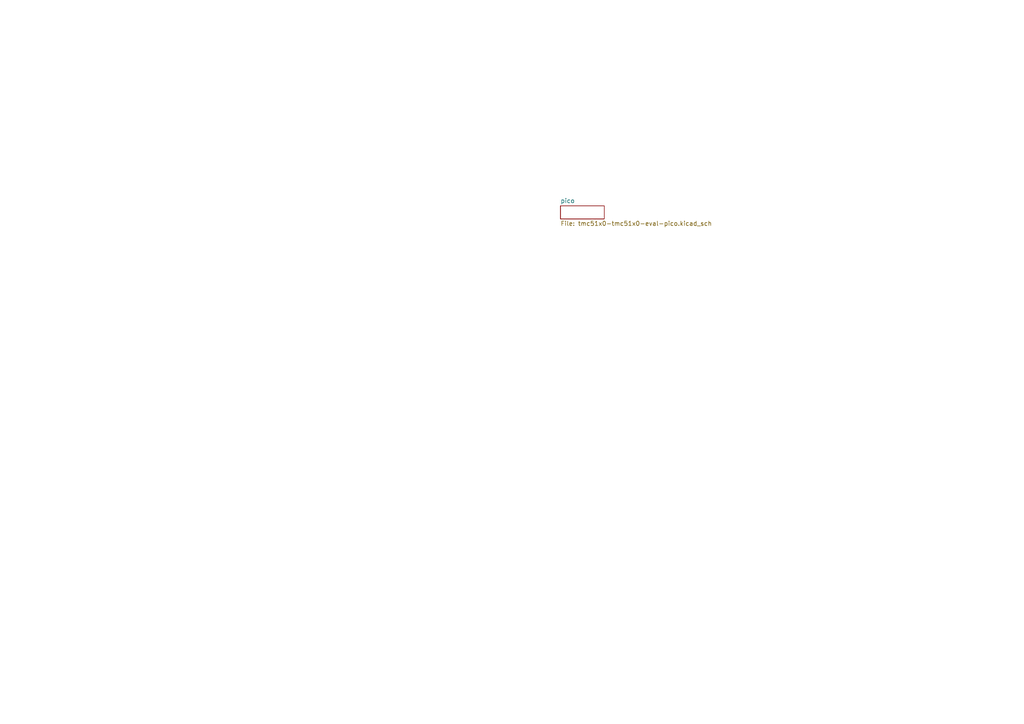
<source format=kicad_sch>
(kicad_sch (version 20230121) (generator eeschema)
  (paper "A4")
  (title_block (title "Trinamic Wiring") (date "2024-07-31") (rev "0.5") (company "Janelia Research Campus"))
  (lib_symbols)
  (sheet (at 162.56 59.69) (size 12.7 3.81) (stroke (width 0.1524))
    (property "Sheetname" "pico" (at 162.56 58.9784 0) (effects (justify left bottom)))
    (property "Sheetfile" "tmc51x0-tmc51x0-eval-pico.kicad_sch" (at 162.56 64.0846 0) (effects (justify left top)))
  )
)
</source>
